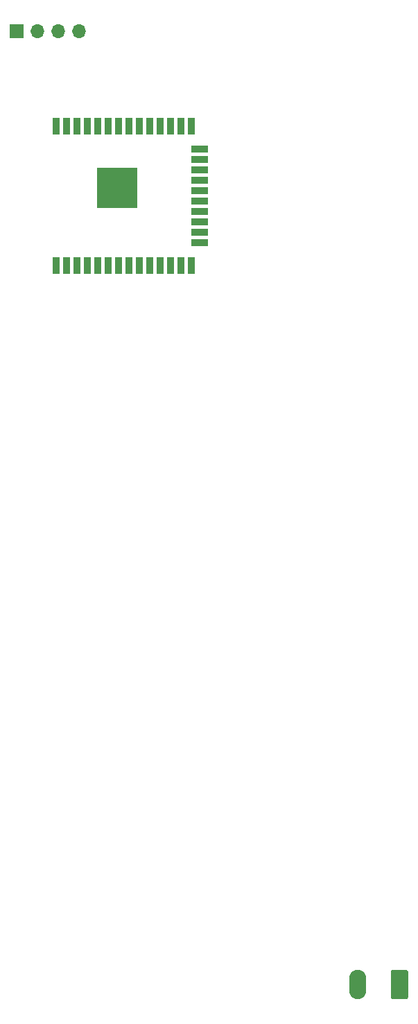
<source format=gbl>
G04 #@! TF.GenerationSoftware,KiCad,Pcbnew,(5.1.5-0-10_14)*
G04 #@! TF.CreationDate,2019-12-22T16:06:01+01:00*
G04 #@! TF.ProjectId,hackerspacesnl,6861636b-6572-4737-9061-6365736e6c2e,rev?*
G04 #@! TF.SameCoordinates,Original*
G04 #@! TF.FileFunction,Copper,L2,Bot*
G04 #@! TF.FilePolarity,Positive*
%FSLAX46Y46*%
G04 Gerber Fmt 4.6, Leading zero omitted, Abs format (unit mm)*
G04 Created by KiCad (PCBNEW (5.1.5-0-10_14)) date 2019-12-22 16:06:01*
%MOMM*%
%LPD*%
G04 APERTURE LIST*
%ADD10O,2.080000X3.600000*%
%ADD11C,0.100000*%
%ADD12R,0.900000X2.000000*%
%ADD13R,2.000000X0.900000*%
%ADD14R,5.000000X5.000000*%
%ADD15O,1.700000X1.700000*%
%ADD16R,1.700000X1.700000*%
G04 APERTURE END LIST*
D10*
X77127100Y-172923200D03*
G04 #@! TA.AperFunction,ComponentPad*
D11*
G36*
X83021605Y-171124404D02*
G01*
X83045873Y-171128004D01*
X83069672Y-171133965D01*
X83092771Y-171142230D01*
X83114950Y-171152720D01*
X83135993Y-171165332D01*
X83155699Y-171179947D01*
X83173877Y-171196423D01*
X83190353Y-171214601D01*
X83204968Y-171234307D01*
X83217580Y-171255350D01*
X83228070Y-171277529D01*
X83236335Y-171300628D01*
X83242296Y-171324427D01*
X83245896Y-171348695D01*
X83247100Y-171373199D01*
X83247100Y-174473201D01*
X83245896Y-174497705D01*
X83242296Y-174521973D01*
X83236335Y-174545772D01*
X83228070Y-174568871D01*
X83217580Y-174591050D01*
X83204968Y-174612093D01*
X83190353Y-174631799D01*
X83173877Y-174649977D01*
X83155699Y-174666453D01*
X83135993Y-174681068D01*
X83114950Y-174693680D01*
X83092771Y-174704170D01*
X83069672Y-174712435D01*
X83045873Y-174718396D01*
X83021605Y-174721996D01*
X82997101Y-174723200D01*
X81417099Y-174723200D01*
X81392595Y-174721996D01*
X81368327Y-174718396D01*
X81344528Y-174712435D01*
X81321429Y-174704170D01*
X81299250Y-174693680D01*
X81278207Y-174681068D01*
X81258501Y-174666453D01*
X81240323Y-174649977D01*
X81223847Y-174631799D01*
X81209232Y-174612093D01*
X81196620Y-174591050D01*
X81186130Y-174568871D01*
X81177865Y-174545772D01*
X81171904Y-174521973D01*
X81168304Y-174497705D01*
X81167100Y-174473201D01*
X81167100Y-171373199D01*
X81168304Y-171348695D01*
X81171904Y-171324427D01*
X81177865Y-171300628D01*
X81186130Y-171277529D01*
X81196620Y-171255350D01*
X81209232Y-171234307D01*
X81223847Y-171214601D01*
X81240323Y-171196423D01*
X81258501Y-171179947D01*
X81278207Y-171165332D01*
X81299250Y-171152720D01*
X81321429Y-171142230D01*
X81344528Y-171133965D01*
X81368327Y-171128004D01*
X81392595Y-171124404D01*
X81417099Y-171123200D01*
X82997101Y-171123200D01*
X83021605Y-171124404D01*
G37*
G04 #@! TD.AperFunction*
D12*
X40264700Y-85135100D03*
X41534700Y-85135100D03*
X42804700Y-85135100D03*
X44074700Y-85135100D03*
X45344700Y-85135100D03*
X46614700Y-85135100D03*
X47884700Y-85135100D03*
X49154700Y-85135100D03*
X50424700Y-85135100D03*
X51694700Y-85135100D03*
X52964700Y-85135100D03*
X54234700Y-85135100D03*
X55504700Y-85135100D03*
X56774700Y-85135100D03*
D13*
X57774700Y-82350100D03*
X57774700Y-81080100D03*
X57774700Y-79810100D03*
X57774700Y-78540100D03*
X57774700Y-77270100D03*
X57774700Y-76000100D03*
X57774700Y-74730100D03*
X57774700Y-73460100D03*
X57774700Y-72190100D03*
X57774700Y-70920100D03*
D12*
X56774700Y-68135100D03*
X55504700Y-68135100D03*
X54234700Y-68135100D03*
X52964700Y-68135100D03*
X51694700Y-68135100D03*
X50424700Y-68135100D03*
X49154700Y-68135100D03*
X47884700Y-68135100D03*
X46614700Y-68135100D03*
X45344700Y-68135100D03*
X44074700Y-68135100D03*
X42804700Y-68135100D03*
X41534700Y-68135100D03*
X40264700Y-68135100D03*
D14*
X47764700Y-75635100D03*
D15*
X43103800Y-56540400D03*
X40563800Y-56540400D03*
X38023800Y-56540400D03*
D16*
X35483800Y-56540400D03*
M02*

</source>
